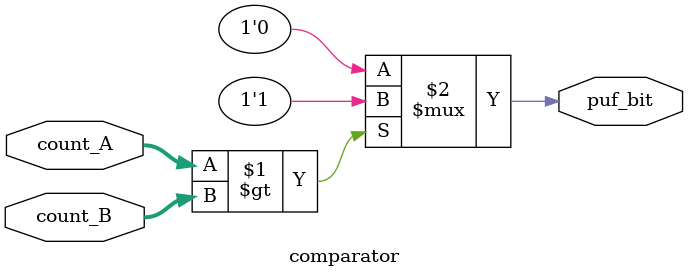
<source format=v>
module comparator(
    input  wire [31:0] count_A,
    input  wire [31:0] count_B,
    output wire        puf_bit
);
    assign puf_bit = (count_A > count_B) ? 1'b1 : 1'b0;
endmodule

</source>
